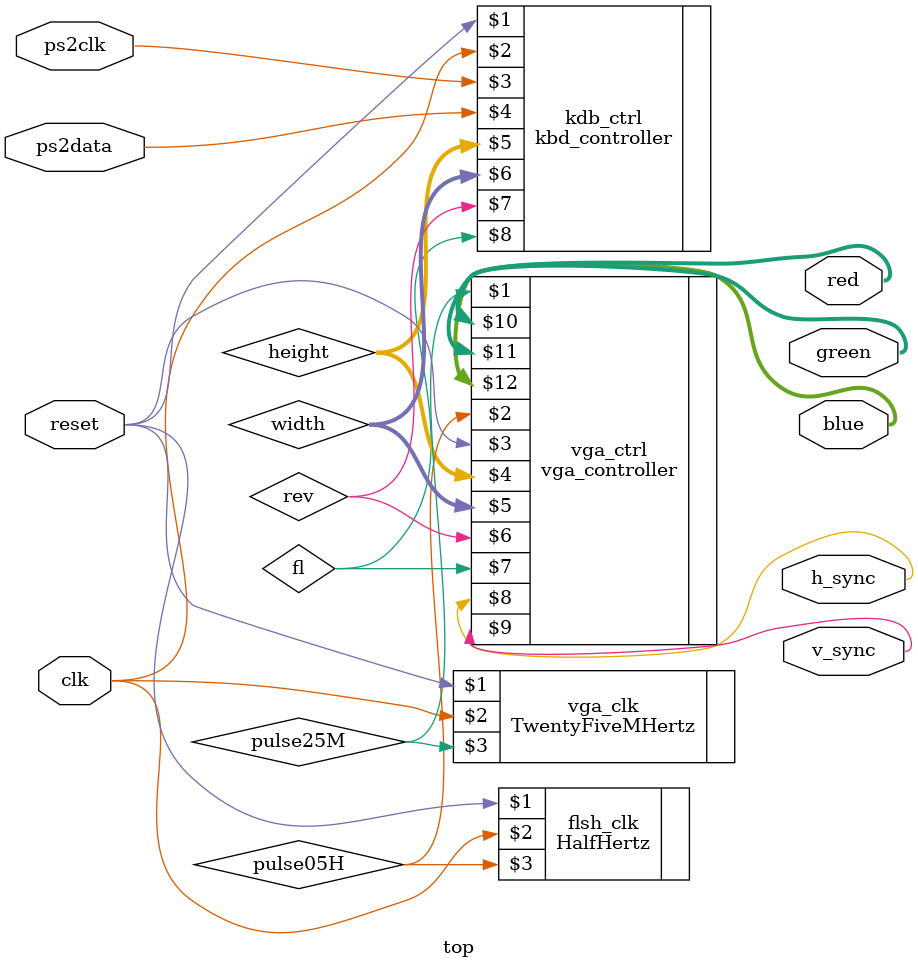
<source format=v>
module top( reset, clk, ps2clk, ps2data, h_sync, v_sync, red, green, blue );
	input        reset, clk, ps2clk, ps2data;
	output       h_sync, v_sync;
	output [2:0] red;
	output [2:0] green;
	output [2:0] blue;
	wire         pulse25M, pulse05H;
	wire   [9:0] width;
	wire   [8:0] height;
	wire         fl, rev, f0;

	TwentyFiveMHertz vga_clk( reset, clk, pulse25M );
	HalfHertz        flsh_clk( reset, clk, pulse05H );
	kbd_controller   kdb_ctrl( reset, clk, ps2clk, ps2data, height, width, rev, fl );
	vga_controller   vga_ctrl( pulse25M, pulse05H, reset, height, width, rev, fl, h_sync, v_sync, red, green, blue );
endmodule

</source>
